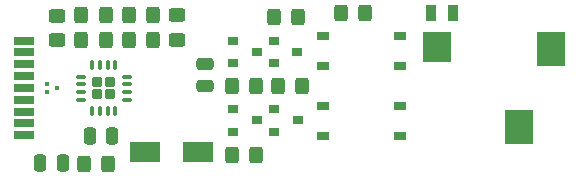
<source format=gtp>
%TF.GenerationSoftware,KiCad,Pcbnew,(5.99.0-7212-gef75ce9035)*%
%TF.CreationDate,2021-04-24T18:58:59-07:00*%
%TF.ProjectId,nikon_ctrl,6e696b6f-6e5f-4637-9472-6c2e6b696361,rev?*%
%TF.SameCoordinates,Original*%
%TF.FileFunction,Paste,Top*%
%TF.FilePolarity,Positive*%
%FSLAX46Y46*%
G04 Gerber Fmt 4.6, Leading zero omitted, Abs format (unit mm)*
G04 Created by KiCad (PCBNEW (5.99.0-7212-gef75ce9035)) date 2021-04-24 18:58:59*
%MOMM*%
%LPD*%
G01*
G04 APERTURE LIST*
G04 Aperture macros list*
%AMRoundRect*
0 Rectangle with rounded corners*
0 $1 Rounding radius*
0 $2 $3 $4 $5 $6 $7 $8 $9 X,Y pos of 4 corners*
0 Add a 4 corners polygon primitive as box body*
4,1,4,$2,$3,$4,$5,$6,$7,$8,$9,$2,$3,0*
0 Add four circle primitives for the rounded corners*
1,1,$1+$1,$2,$3,0*
1,1,$1+$1,$4,$5,0*
1,1,$1+$1,$6,$7,0*
1,1,$1+$1,$8,$9,0*
0 Add four rect primitives between the rounded corners*
20,1,$1+$1,$2,$3,$4,$5,0*
20,1,$1+$1,$4,$5,$6,$7,0*
20,1,$1+$1,$6,$7,$8,$9,0*
20,1,$1+$1,$8,$9,$2,$3,0*%
G04 Aperture macros list end*
%ADD10R,1.000000X0.800000*%
%ADD11R,0.950000X1.450000*%
%ADD12R,2.600000X1.800000*%
%ADD13RoundRect,0.250000X-0.325000X-0.450000X0.325000X-0.450000X0.325000X0.450000X-0.325000X0.450000X0*%
%ADD14RoundRect,0.250000X0.325000X0.450000X-0.325000X0.450000X-0.325000X-0.450000X0.325000X-0.450000X0*%
%ADD15R,0.900000X0.800000*%
%ADD16RoundRect,0.250000X-0.250000X-0.475000X0.250000X-0.475000X0.250000X0.475000X-0.250000X0.475000X0*%
%ADD17R,1.800000X0.700000*%
%ADD18RoundRect,0.250000X0.250000X0.475000X-0.250000X0.475000X-0.250000X-0.475000X0.250000X-0.475000X0*%
%ADD19R,0.300000X0.300000*%
%ADD20RoundRect,0.212500X-0.212500X0.212500X-0.212500X-0.212500X0.212500X-0.212500X0.212500X0.212500X0*%
%ADD21RoundRect,0.075000X-0.075000X0.350000X-0.075000X-0.350000X0.075000X-0.350000X0.075000X0.350000X0*%
%ADD22RoundRect,0.075000X-0.350000X0.075000X-0.350000X-0.075000X0.350000X-0.075000X0.350000X0.075000X0*%
%ADD23R,2.400000X2.950000*%
%ADD24R,2.400000X2.650000*%
%ADD25RoundRect,0.250000X-0.450000X0.325000X-0.450000X-0.325000X0.450000X-0.325000X0.450000X0.325000X0*%
%ADD26RoundRect,0.250000X0.475000X-0.250000X0.475000X0.250000X-0.475000X0.250000X-0.475000X-0.250000X0*%
G04 APERTURE END LIST*
D10*
%TO.C,Q2*%
X150834460Y-109682280D03*
X150834460Y-112222280D03*
X144334460Y-112222280D03*
X144334460Y-109682280D03*
%TD*%
%TO.C,Q1*%
X150834460Y-103789480D03*
X150834460Y-106329480D03*
X144334460Y-106329480D03*
X144334460Y-103789480D03*
%TD*%
D11*
%TO.C,LED1*%
X153489620Y-101828600D03*
X155389620Y-101828600D03*
%TD*%
D12*
%TO.C,C2*%
X133745800Y-113639600D03*
X129245800Y-113639600D03*
%TD*%
D13*
%TO.C,R13*%
X147895420Y-101828600D03*
X145845420Y-101828600D03*
%TD*%
D14*
%TO.C,R5*%
X142612019Y-108020701D03*
X140562019Y-108020701D03*
%TD*%
D15*
%TO.C,Q3*%
X136754360Y-109984500D03*
X136754360Y-111884500D03*
X138754360Y-110934500D03*
%TD*%
D14*
%TO.C,R6*%
X142271860Y-102153720D03*
X140221860Y-102153720D03*
%TD*%
%TO.C,L1*%
X126191120Y-114579400D03*
X124141120Y-114579400D03*
%TD*%
%TO.C,R7*%
X138675220Y-113880900D03*
X136625220Y-113880900D03*
%TD*%
D16*
%TO.C,C3*%
X124609820Y-112212120D03*
X126509820Y-112212120D03*
%TD*%
D17*
%TO.C,J1*%
X119074740Y-111176060D03*
X119074740Y-109176060D03*
X119074740Y-107176060D03*
X119074740Y-105176060D03*
X119074740Y-104176060D03*
X119074740Y-106176060D03*
X119074740Y-108176060D03*
X119074740Y-110176060D03*
X119074740Y-112176060D03*
%TD*%
D13*
%TO.C,R1*%
X127907372Y-104147620D03*
X129957372Y-104147620D03*
%TD*%
D18*
%TO.C,C1*%
X122316280Y-114551460D03*
X120416280Y-114551460D03*
%TD*%
D14*
%TO.C,R8*%
X138708240Y-108033820D03*
X136658240Y-108033820D03*
%TD*%
D13*
%TO.C,R3*%
X127907372Y-102029260D03*
X129957372Y-102029260D03*
%TD*%
D14*
%TO.C,R2*%
X125950386Y-104147620D03*
X123900386Y-104147620D03*
%TD*%
D15*
%TO.C,Q5*%
X140198600Y-109984500D03*
X140198600Y-111884500D03*
X142198600Y-110934500D03*
%TD*%
D19*
%TO.C,U2*%
X120971760Y-107810820D03*
X120971760Y-108510820D03*
X121821760Y-108160820D03*
%TD*%
D20*
%TO.C,U1*%
X125260880Y-108721380D03*
X125260880Y-107671380D03*
X126310880Y-108721380D03*
X126310880Y-107671380D03*
D21*
X126760880Y-106246380D03*
X126110880Y-106246380D03*
X125460880Y-106246380D03*
X124810880Y-106246380D03*
D22*
X123835880Y-107221380D03*
X123835880Y-107871380D03*
X123835880Y-108521380D03*
X123835880Y-109171380D03*
D21*
X124810880Y-110146380D03*
X125460880Y-110146380D03*
X126110880Y-110146380D03*
X126760880Y-110146380D03*
D22*
X127735880Y-109171380D03*
X127735880Y-108521380D03*
X127735880Y-107871380D03*
X127735880Y-107221380D03*
%TD*%
D14*
%TO.C,R4*%
X125950386Y-102029260D03*
X123900386Y-102029260D03*
%TD*%
D15*
%TO.C,Q4*%
X136723880Y-104188220D03*
X136723880Y-106088220D03*
X138723880Y-105138220D03*
%TD*%
%TO.C,Q6*%
X140170660Y-104185680D03*
X140170660Y-106085680D03*
X142170660Y-105135680D03*
%TD*%
D23*
%TO.C,J2*%
X163676860Y-104903600D03*
D24*
X153976860Y-104753600D03*
D23*
X160976860Y-111453600D03*
%TD*%
D25*
%TO.C,R12*%
X121818400Y-102050740D03*
X121818400Y-104100740D03*
%TD*%
%TO.C,R11*%
X132024120Y-102040580D03*
X132024120Y-104090580D03*
%TD*%
D26*
%TO.C,C4*%
X134330440Y-108033860D03*
X134330440Y-106133860D03*
%TD*%
M02*

</source>
